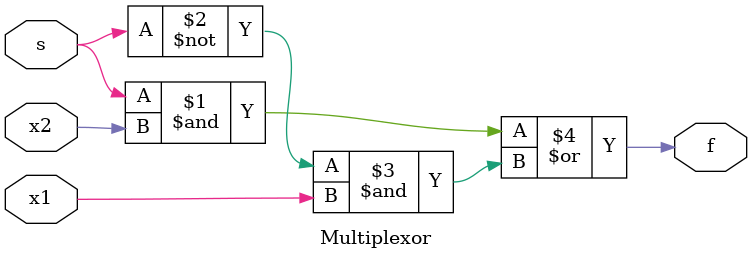
<source format=v>
module Multiplexor (
	input x1 ,
	input x2 ,
	input s,
	output f
);
	assign f = (s & x2) | ((~ s) & x1);
endmodule
</source>
